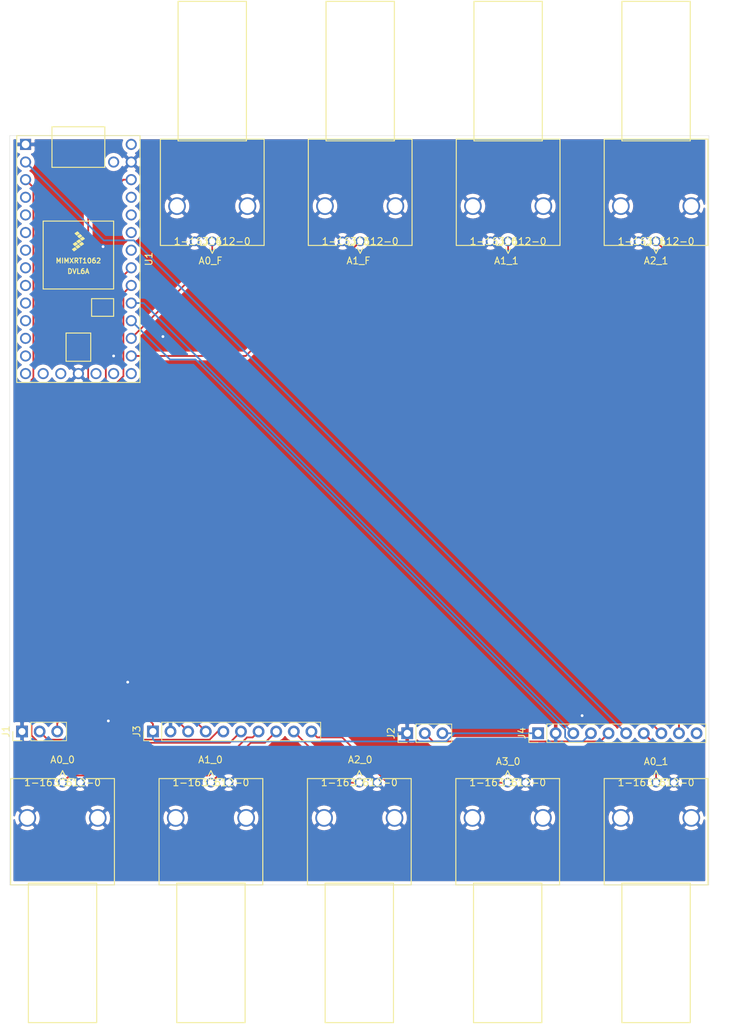
<source format=kicad_pcb>
(kicad_pcb (version 20171130) (host pcbnew "(5.1.4)-1")
  (layers (0 F.Cu signal) (31 B.Cu signal) (34 B.Paste user) (35 F.Paste user) (36 B.SilkS user) (37 F.SilkS user) (38 B.Mask user) (39 F.Mask user) (44 Edge.Cuts user))
  (net 0 "")
  (net 1 ADDR_0)
  (net 2 GND)
  (net 3 ADDR_1)
  (net 4 A3_0)
  (net 5 A2_0)
  (net 6 A1_0)
  (net 7 A0_0)
  (net 8 ALERT_0)
  (net 9 SDA_0)
  (net 10 SCL_0)
  (net 11 VDD)
  (net 12 A3_1)
  (net 13 A2_1)
  (net 14 A1_1)
  (net 15 A0_1)
  (net 16 ALERT_1)
  (net 17 SDA_1)
  (net 18 SCL_1)
  (net 19 "Net-(U1-Pad4)")
  (net 20 "Net-(U1-Pad5)")
  (net 21 "Net-(U1-Pad6)")
  (net 22 "Net-(U1-Pad7)")
  (net 23 "Net-(U1-Pad8)")
  (net 24 "Net-(U1-Pad9)")
  (net 25 "Net-(U1-Pad10)")
  (net 26 "Net-(U1-Pad11)")
  (net 27 "Net-(U1-Pad12)")
  (net 28 "Net-(U1-Pad13)")
  (net 29 "Net-(U1-Pad34)")
  (net 30 "Net-(U1-Pad33)")
  (net 31 "Net-(U1-Pad30)")
  (net 32 "Net-(U1-Pad29)")
  (net 33 "Net-(U1-Pad28)")
  (net 34 "Net-(U1-Pad27)")
  (net 35 "Net-(U1-Pad14)")
  (net 36 "Net-(U1-Pad15)")
  (net 37 "Net-(U1-Pad16)")
  (net 38 "Net-(U1-Pad20)")
  (net 39 "Net-(U1-Pad19)")
  (net 40 "Net-(U1-Pad18)")
  (net 41 A0_F)
  (net 42 A1_F)
  (module parts:1-1634612-0 (layer F.Cu) (at 113.03 51.816)
    (fp_text reference J14 (at 0 0) (layer F.SilkS))
    (fp_text value 1-1634612-0 (at 0 0) (layer F.SilkS))
    (fp_line (start -1.690196 0.5842) (end -0.849804 0.5842) (layer F.SilkS) (width 0.1524))
    (fp_line (start 0.849804 0.5842) (end 7.4803 0.5842) (layer F.SilkS) (width 0.1524))
    (fp_line (start -7.4803 -14.732) (end -7.4803 0.5842) (layer F.SilkS) (width 0.1524))
    (fp_line (start 7.4803 -14.732) (end -7.4803 -14.732) (layer F.SilkS) (width 0.1524))
    (fp_line (start 7.4803 0.5842) (end 7.4803 -14.732) (layer F.SilkS) (width 0.1524))
    (fp_line (start -7.4803 0.5842) (end -3.389804 0.5842) (layer F.SilkS) (width 0.1524))
    (fp_line (start -4.9276 -34.5694) (end -4.9276 -14.478) (layer F.SilkS) (width 0.1524))
    (fp_line (start 4.9276 -34.5694) (end -4.9276 -34.5694) (layer F.SilkS) (width 0.1524))
    (fp_line (start 4.9276 -14.478) (end 4.9276 -34.5694) (layer F.SilkS) (width 0.1524))
    (fp_line (start -4.9276 -14.478) (end 4.9276 -14.478) (layer F.SilkS) (width 0.1524))
    (fp_line (start -0.385327 0.956545) (end 0 1.7272) (layer F.SilkS) (width 0.1524))
    (fp_line (start 0.385327 0.956545) (end 0 1.7272) (layer F.SilkS) (width 0.1524))
    (fp_text user * (at 0 0) (layer F.SilkS))
    (pad 4 thru_hole circle (at 5.08 -5.08) (size 2.54 2.54) (drill 2.032) (layers *.Cu *.Mask) (net 2 GND))
    (pad 3 thru_hole circle (at -5.08 -5.08) (size 2.54 2.54) (drill 2.032) (layers *.Cu *.Mask) (net 2 GND))
    (pad 2 thru_hole circle (at -2.54 0) (size 1.397 1.397) (drill 0.889) (layers *.Cu *.Mask) (net 2 GND))
    (pad 1 thru_hole circle (at 0 0) (size 1.397 1.397) (drill 0.889) (layers *.Cu *.Mask) (net 42 A1_F))
  )
  (module parts:1-1634612-0 (layer F.Cu) (at 134.366 51.816)
    (fp_text reference J13 (at 0 0) (layer F.SilkS))
    (fp_text value 1-1634612-0 (at 0 0) (layer F.SilkS))
    (fp_line (start -1.690196 0.5842) (end -0.849804 0.5842) (layer F.SilkS) (width 0.1524))
    (fp_line (start 0.849804 0.5842) (end 7.4803 0.5842) (layer F.SilkS) (width 0.1524))
    (fp_line (start -7.4803 -14.732) (end -7.4803 0.5842) (layer F.SilkS) (width 0.1524))
    (fp_line (start 7.4803 -14.732) (end -7.4803 -14.732) (layer F.SilkS) (width 0.1524))
    (fp_line (start 7.4803 0.5842) (end 7.4803 -14.732) (layer F.SilkS) (width 0.1524))
    (fp_line (start -7.4803 0.5842) (end -3.389804 0.5842) (layer F.SilkS) (width 0.1524))
    (fp_line (start -4.9276 -34.5694) (end -4.9276 -14.478) (layer F.SilkS) (width 0.1524))
    (fp_line (start 4.9276 -34.5694) (end -4.9276 -34.5694) (layer F.SilkS) (width 0.1524))
    (fp_line (start 4.9276 -14.478) (end 4.9276 -34.5694) (layer F.SilkS) (width 0.1524))
    (fp_line (start -4.9276 -14.478) (end 4.9276 -14.478) (layer F.SilkS) (width 0.1524))
    (fp_line (start -0.385327 0.956545) (end 0 1.7272) (layer F.SilkS) (width 0.1524))
    (fp_line (start 0.385327 0.956545) (end 0 1.7272) (layer F.SilkS) (width 0.1524))
    (fp_text user * (at 0 0) (layer F.SilkS))
    (pad 4 thru_hole circle (at 5.08 -5.08) (size 2.54 2.54) (drill 2.032) (layers *.Cu *.Mask) (net 2 GND))
    (pad 3 thru_hole circle (at -5.08 -5.08) (size 2.54 2.54) (drill 2.032) (layers *.Cu *.Mask) (net 2 GND))
    (pad 2 thru_hole circle (at -2.54 0) (size 1.397 1.397) (drill 0.889) (layers *.Cu *.Mask) (net 2 GND))
    (pad 1 thru_hole circle (at 0 0) (size 1.397 1.397) (drill 0.889) (layers *.Cu *.Mask) (net 41 A0_F))
  )
  (module parts:Teensy40 (layer F.Cu) (at 93.726 54.356 270)
    (fp_text reference U1 (at 0 -10.16 90) (layer F.SilkS))
    (fp_text value Teensy4.0)
    (fp_text user DVL6A (at 1.778 0) (layer F.SilkS) (effects (font (size 0.7 0.7))))
    (fp_poly (pts (xy -3.937 0.127) (xy -3.683 -0.127) (xy -3.429 0.254) (xy -3.683 0.508)) (layer F.SilkS) (width 0.1))
    (fp_poly (pts (xy -3.556 -0.254) (xy -3.302 -0.508) (xy -3.048 -0.127) (xy -3.302 0.127)) (layer F.SilkS) (width 0.1))
    (fp_poly (pts (xy -1.651 0.508) (xy -1.397 0.254) (xy -1.143 0.635) (xy -1.397 0.889)) (layer F.SilkS) (width 0.1))
    (fp_poly (pts (xy -2.032 0) (xy -1.778 -0.254) (xy -1.524 0.127) (xy -1.778 0.381)) (layer F.SilkS) (width 0.1))
    (fp_poly (pts (xy -2.413 -0.508) (xy -2.159 -0.762) (xy -1.905 -0.381) (xy -2.159 -0.127)) (layer F.SilkS) (width 0.1))
    (fp_poly (pts (xy -2.413 0.381) (xy -2.159 0.127) (xy -1.905 0.508) (xy -2.159 0.762)) (layer F.SilkS) (width 0.1))
    (fp_poly (pts (xy -2.794 -0.127) (xy -2.54 -0.381) (xy -2.286 0) (xy -2.54 0.254)) (layer F.SilkS) (width 0.1))
    (fp_poly (pts (xy -3.175 -0.635) (xy -2.921 -0.889) (xy -2.667 -0.508) (xy -2.921 -0.254)) (layer F.SilkS) (width 0.1))
    (fp_text user MIMXRT1062 (at 0.254 0) (layer F.SilkS) (effects (font (size 0.7 0.7))))
    (fp_line (start 5.715 -1.905) (end 5.715 -5.08) (layer F.SilkS) (width 0.15))
    (fp_line (start 8.255 -1.905) (end 5.715 -1.905) (layer F.SilkS) (width 0.15))
    (fp_line (start 8.255 -5.08) (end 8.255 -1.905) (layer F.SilkS) (width 0.15))
    (fp_line (start 5.715 -5.08) (end 8.255 -5.08) (layer F.SilkS) (width 0.15))
    (fp_line (start -17.78 8.89) (end -17.78 -8.89) (layer F.SilkS) (width 0.15))
    (fp_line (start 17.78 8.89) (end -17.78 8.89) (layer F.SilkS) (width 0.15))
    (fp_line (start 17.78 -8.89) (end 17.78 8.89) (layer F.SilkS) (width 0.15))
    (fp_line (start -17.78 -8.89) (end 17.78 -8.89) (layer F.SilkS) (width 0.15))
    (fp_line (start 4.318 5.08) (end -5.461 5.08) (layer F.SilkS) (width 0.15))
    (fp_line (start 4.318 -5.08) (end -5.461 -5.08) (layer F.SilkS) (width 0.15))
    (fp_line (start -5.461 -5.08) (end -5.461 5.08) (layer F.SilkS) (width 0.15))
    (fp_line (start 4.318 5.08) (end 4.318 -5.08) (layer F.SilkS) (width 0.15))
    (fp_line (start 10.668 -1.778) (end 14.732 -1.778) (layer F.SilkS) (width 0.15))
    (fp_line (start 10.668 1.778) (end 10.668 -1.778) (layer F.SilkS) (width 0.15))
    (fp_line (start 14.732 1.778) (end 10.668 1.778) (layer F.SilkS) (width 0.15))
    (fp_line (start 14.732 -1.778) (end 14.732 1.778) (layer F.SilkS) (width 0.15))
    (fp_line (start -13.208 3.81) (end -17.78 3.81) (layer F.SilkS) (width 0.15))
    (fp_line (start -13.208 -3.81) (end -17.78 -3.81) (layer F.SilkS) (width 0.15))
    (fp_line (start -13.208 3.81) (end -13.208 -3.81) (layer F.SilkS) (width 0.15))
    (fp_line (start -19.05 -3.81) (end -17.78 -3.81) (layer F.SilkS) (width 0.15))
    (fp_line (start -19.05 3.81) (end -19.05 -3.81) (layer F.SilkS) (width 0.15))
    (fp_line (start -17.78 3.81) (end -19.05 3.81) (layer F.SilkS) (width 0.15))
    (pad 1 thru_hole rect (at -16.51 7.62 270) (size 1.6 1.6) (drill 1.1) (layers *.Cu *.Mask) (net 2 GND))
    (pad 2 thru_hole circle (at -13.97 7.62 270) (size 1.6 1.6) (drill 1.1) (layers *.Cu *.Mask) (net 16 ALERT_1))
    (pad 3 thru_hole circle (at -11.43 7.62 270) (size 1.6 1.6) (drill 1.1) (layers *.Cu *.Mask) (net 8 ALERT_0))
    (pad 4 thru_hole circle (at -8.89 7.62 270) (size 1.6 1.6) (drill 1.1) (layers *.Cu *.Mask) (net 19 "Net-(U1-Pad4)"))
    (pad 5 thru_hole circle (at -6.35 7.62 270) (size 1.6 1.6) (drill 1.1) (layers *.Cu *.Mask) (net 20 "Net-(U1-Pad5)"))
    (pad 6 thru_hole circle (at -3.81 7.62 270) (size 1.6 1.6) (drill 1.1) (layers *.Cu *.Mask) (net 21 "Net-(U1-Pad6)"))
    (pad 7 thru_hole circle (at -1.27 7.62 270) (size 1.6 1.6) (drill 1.1) (layers *.Cu *.Mask) (net 22 "Net-(U1-Pad7)"))
    (pad 8 thru_hole circle (at 1.27 7.62 270) (size 1.6 1.6) (drill 1.1) (layers *.Cu *.Mask) (net 23 "Net-(U1-Pad8)"))
    (pad 9 thru_hole circle (at 3.81 7.62 270) (size 1.6 1.6) (drill 1.1) (layers *.Cu *.Mask) (net 24 "Net-(U1-Pad9)"))
    (pad 10 thru_hole circle (at 6.35 7.62 270) (size 1.6 1.6) (drill 1.1) (layers *.Cu *.Mask) (net 25 "Net-(U1-Pad10)"))
    (pad 11 thru_hole circle (at 8.89 7.62 270) (size 1.6 1.6) (drill 1.1) (layers *.Cu *.Mask) (net 26 "Net-(U1-Pad11)"))
    (pad 12 thru_hole circle (at 11.43 7.62 270) (size 1.6 1.6) (drill 1.1) (layers *.Cu *.Mask) (net 27 "Net-(U1-Pad12)"))
    (pad 13 thru_hole circle (at 13.97 7.62 270) (size 1.6 1.6) (drill 1.1) (layers *.Cu *.Mask) (net 28 "Net-(U1-Pad13)"))
    (pad 34 thru_hole circle (at -13.97 -5.08 270) (size 1.6 1.6) (drill 1.1) (layers *.Cu *.Mask) (net 29 "Net-(U1-Pad34)"))
    (pad 33 thru_hole circle (at -16.51 -7.62 270) (size 1.6 1.6) (drill 1.1) (layers *.Cu *.Mask) (net 30 "Net-(U1-Pad33)"))
    (pad 32 thru_hole circle (at -13.97 -7.62 270) (size 1.6 1.6) (drill 1.1) (layers *.Cu *.Mask) (net 2 GND))
    (pad 31 thru_hole circle (at -11.43 -7.62 270) (size 1.6 1.6) (drill 1.1) (layers *.Cu *.Mask) (net 11 VDD))
    (pad 30 thru_hole circle (at -8.89 -7.62 270) (size 1.6 1.6) (drill 1.1) (layers *.Cu *.Mask) (net 31 "Net-(U1-Pad30)"))
    (pad 29 thru_hole circle (at -6.35 -7.62 270) (size 1.6 1.6) (drill 1.1) (layers *.Cu *.Mask) (net 32 "Net-(U1-Pad29)"))
    (pad 28 thru_hole circle (at -3.81 -7.62 270) (size 1.6 1.6) (drill 1.1) (layers *.Cu *.Mask) (net 33 "Net-(U1-Pad28)"))
    (pad 27 thru_hole circle (at -1.27 -7.62 270) (size 1.6 1.6) (drill 1.1) (layers *.Cu *.Mask) (net 34 "Net-(U1-Pad27)"))
    (pad 26 thru_hole circle (at 1.27 -7.62 270) (size 1.6 1.6) (drill 1.1) (layers *.Cu *.Mask) (net 10 SCL_0))
    (pad 25 thru_hole circle (at 3.81 -7.62 270) (size 1.6 1.6) (drill 1.1) (layers *.Cu *.Mask) (net 9 SDA_0))
    (pad 24 thru_hole circle (at 6.35 -7.62 270) (size 1.6 1.6) (drill 1.1) (layers *.Cu *.Mask) (net 18 SCL_1))
    (pad 23 thru_hole circle (at 8.89 -7.62 270) (size 1.6 1.6) (drill 1.1) (layers *.Cu *.Mask) (net 17 SDA_1))
    (pad 22 thru_hole circle (at 11.43 -7.62 270) (size 1.6 1.6) (drill 1.1) (layers *.Cu *.Mask) (net 42 A1_F))
    (pad 21 thru_hole circle (at 13.97 -7.62 270) (size 1.6 1.6) (drill 1.1) (layers *.Cu *.Mask) (net 41 A0_F))
    (pad 14 thru_hole circle (at 16.51 7.62 270) (size 1.6 1.6) (drill 1.1) (layers *.Cu *.Mask) (net 35 "Net-(U1-Pad14)"))
    (pad 15 thru_hole circle (at 16.51 5.08 270) (size 1.6 1.6) (drill 1.1) (layers *.Cu *.Mask) (net 36 "Net-(U1-Pad15)"))
    (pad 16 thru_hole circle (at 16.51 2.54 270) (size 1.6 1.6) (drill 1.1) (layers *.Cu *.Mask) (net 37 "Net-(U1-Pad16)"))
    (pad 20 thru_hole circle (at 16.51 -7.62 270) (size 1.6 1.6) (drill 1.1) (layers *.Cu *.Mask) (net 38 "Net-(U1-Pad20)"))
    (pad 19 thru_hole circle (at 16.51 -5.08 270) (size 1.6 1.6) (drill 1.1) (layers *.Cu *.Mask) (net 39 "Net-(U1-Pad19)"))
    (pad 18 thru_hole circle (at 16.51 -2.54 270) (size 1.6 1.6) (drill 1.1) (layers *.Cu *.Mask) (net 40 "Net-(U1-Pad18)"))
    (pad 17 thru_hole circle (at 16.51 0 270) (size 1.6 1.6) (drill 1.1) (layers *.Cu *.Mask) (net 2 GND))
  )
  (module parts:1-1634612-0 (layer F.Cu) (at 177.038 51.816)
    (fp_text reference J11 (at 0 0) (layer F.SilkS))
    (fp_text value 1-1634612-0 (at 0 0) (layer F.SilkS))
    (fp_line (start -1.690196 0.5842) (end -0.849804 0.5842) (layer F.SilkS) (width 0.1524))
    (fp_line (start 0.849804 0.5842) (end 7.4803 0.5842) (layer F.SilkS) (width 0.1524))
    (fp_line (start -7.4803 -14.732) (end -7.4803 0.5842) (layer F.SilkS) (width 0.1524))
    (fp_line (start 7.4803 -14.732) (end -7.4803 -14.732) (layer F.SilkS) (width 0.1524))
    (fp_line (start 7.4803 0.5842) (end 7.4803 -14.732) (layer F.SilkS) (width 0.1524))
    (fp_line (start -7.4803 0.5842) (end -3.389804 0.5842) (layer F.SilkS) (width 0.1524))
    (fp_line (start -4.9276 -34.5694) (end -4.9276 -14.478) (layer F.SilkS) (width 0.1524))
    (fp_line (start 4.9276 -34.5694) (end -4.9276 -34.5694) (layer F.SilkS) (width 0.1524))
    (fp_line (start 4.9276 -14.478) (end 4.9276 -34.5694) (layer F.SilkS) (width 0.1524))
    (fp_line (start -4.9276 -14.478) (end 4.9276 -14.478) (layer F.SilkS) (width 0.1524))
    (fp_line (start -0.385327 0.956545) (end 0 1.7272) (layer F.SilkS) (width 0.1524))
    (fp_line (start 0.385327 0.956545) (end 0 1.7272) (layer F.SilkS) (width 0.1524))
    (fp_text user * (at 0 0) (layer F.SilkS))
    (pad 4 thru_hole circle (at 5.08 -5.08) (size 2.54 2.54) (drill 2.032) (layers *.Cu *.Mask) (net 2 GND))
    (pad 3 thru_hole circle (at -5.08 -5.08) (size 2.54 2.54) (drill 2.032) (layers *.Cu *.Mask) (net 2 GND))
    (pad 2 thru_hole circle (at -2.54 0) (size 1.397 1.397) (drill 0.889) (layers *.Cu *.Mask) (net 2 GND))
    (pad 1 thru_hole circle (at 0 0) (size 1.397 1.397) (drill 0.889) (layers *.Cu *.Mask) (net 13 A2_1))
  )
  (module parts:1-1634612-0 (layer F.Cu) (at 155.702 51.816)
    (fp_text reference J10 (at 0 0) (layer F.SilkS))
    (fp_text value 1-1634612-0 (at 0 0) (layer F.SilkS))
    (fp_line (start -1.690196 0.5842) (end -0.849804 0.5842) (layer F.SilkS) (width 0.1524))
    (fp_line (start 0.849804 0.5842) (end 7.4803 0.5842) (layer F.SilkS) (width 0.1524))
    (fp_line (start -7.4803 -14.732) (end -7.4803 0.5842) (layer F.SilkS) (width 0.1524))
    (fp_line (start 7.4803 -14.732) (end -7.4803 -14.732) (layer F.SilkS) (width 0.1524))
    (fp_line (start 7.4803 0.5842) (end 7.4803 -14.732) (layer F.SilkS) (width 0.1524))
    (fp_line (start -7.4803 0.5842) (end -3.389804 0.5842) (layer F.SilkS) (width 0.1524))
    (fp_line (start -4.9276 -34.5694) (end -4.9276 -14.478) (layer F.SilkS) (width 0.1524))
    (fp_line (start 4.9276 -34.5694) (end -4.9276 -34.5694) (layer F.SilkS) (width 0.1524))
    (fp_line (start 4.9276 -14.478) (end 4.9276 -34.5694) (layer F.SilkS) (width 0.1524))
    (fp_line (start -4.9276 -14.478) (end 4.9276 -14.478) (layer F.SilkS) (width 0.1524))
    (fp_line (start -0.385327 0.956545) (end 0 1.7272) (layer F.SilkS) (width 0.1524))
    (fp_line (start 0.385327 0.956545) (end 0 1.7272) (layer F.SilkS) (width 0.1524))
    (fp_text user * (at 0 0) (layer F.SilkS))
    (pad 4 thru_hole circle (at 5.08 -5.08) (size 2.54 2.54) (drill 2.032) (layers *.Cu *.Mask) (net 2 GND))
    (pad 3 thru_hole circle (at -5.08 -5.08) (size 2.54 2.54) (drill 2.032) (layers *.Cu *.Mask) (net 2 GND))
    (pad 2 thru_hole circle (at -2.54 0) (size 1.397 1.397) (drill 0.889) (layers *.Cu *.Mask) (net 2 GND))
    (pad 1 thru_hole circle (at 0 0) (size 1.397 1.397) (drill 0.889) (layers *.Cu *.Mask) (net 14 A1_1))
  )
  (module parts:1-1634612-0 (layer F.Cu) (at 177.038 129.794 180)
    (fp_text reference J9 (at 0 0) (layer F.SilkS))
    (fp_text value 1-1634612-0 (at 0 0) (layer F.SilkS))
    (fp_line (start -1.690196 0.5842) (end -0.849804 0.5842) (layer F.SilkS) (width 0.1524))
    (fp_line (start 0.849804 0.5842) (end 7.4803 0.5842) (layer F.SilkS) (width 0.1524))
    (fp_line (start -7.4803 -14.732) (end -7.4803 0.5842) (layer F.SilkS) (width 0.1524))
    (fp_line (start 7.4803 -14.732) (end -7.4803 -14.732) (layer F.SilkS) (width 0.1524))
    (fp_line (start 7.4803 0.5842) (end 7.4803 -14.732) (layer F.SilkS) (width 0.1524))
    (fp_line (start -7.4803 0.5842) (end -3.389804 0.5842) (layer F.SilkS) (width 0.1524))
    (fp_line (start -4.9276 -34.5694) (end -4.9276 -14.478) (layer F.SilkS) (width 0.1524))
    (fp_line (start 4.9276 -34.5694) (end -4.9276 -34.5694) (layer F.SilkS) (width 0.1524))
    (fp_line (start 4.9276 -14.478) (end 4.9276 -34.5694) (layer F.SilkS) (width 0.1524))
    (fp_line (start -4.9276 -14.478) (end 4.9276 -14.478) (layer F.SilkS) (width 0.1524))
    (fp_line (start -0.385327 0.956545) (end 0 1.7272) (layer F.SilkS) (width 0.1524))
    (fp_line (start 0.385327 0.956545) (end 0 1.7272) (layer F.SilkS) (width 0.1524))
    (fp_text user * (at 0 0) (layer F.SilkS))
    (pad 4 thru_hole circle (at 5.08 -5.08 180) (size 2.54 2.54) (drill 2.032) (layers *.Cu *.Mask) (net 2 GND))
    (pad 3 thru_hole circle (at -5.08 -5.08 180) (size 2.54 2.54) (drill 2.032) (layers *.Cu *.Mask) (net 2 GND))
    (pad 2 thru_hole circle (at -2.54 0 180) (size 1.397 1.397) (drill 0.889) (layers *.Cu *.Mask) (net 2 GND))
    (pad 1 thru_hole circle (at 0 0 180) (size 1.397 1.397) (drill 0.889) (layers *.Cu *.Mask) (net 15 A0_1))
  )
  (module parts:1-1634612-0 (layer F.Cu) (at 155.6385 129.794 180)
    (fp_text reference J8 (at 0 0) (layer F.SilkS))
    (fp_text value 1-1634612-0 (at 0 0) (layer F.SilkS))
    (fp_line (start -1.690196 0.5842) (end -0.849804 0.5842) (layer F.SilkS) (width 0.1524))
    (fp_line (start 0.849804 0.5842) (end 7.4803 0.5842) (layer F.SilkS) (width 0.1524))
    (fp_line (start -7.4803 -14.732) (end -7.4803 0.5842) (layer F.SilkS) (width 0.1524))
    (fp_line (start 7.4803 -14.732) (end -7.4803 -14.732) (layer F.SilkS) (width 0.1524))
    (fp_line (start 7.4803 0.5842) (end 7.4803 -14.732) (layer F.SilkS) (width 0.1524))
    (fp_line (start -7.4803 0.5842) (end -3.389804 0.5842) (layer F.SilkS) (width 0.1524))
    (fp_line (start -4.9276 -34.5694) (end -4.9276 -14.478) (layer F.SilkS) (width 0.1524))
    (fp_line (start 4.9276 -34.5694) (end -4.9276 -34.5694) (layer F.SilkS) (width 0.1524))
    (fp_line (start 4.9276 -14.478) (end 4.9276 -34.5694) (layer F.SilkS) (width 0.1524))
    (fp_line (start -4.9276 -14.478) (end 4.9276 -14.478) (layer F.SilkS) (width 0.1524))
    (fp_line (start -0.385327 0.956545) (end 0 1.7272) (layer F.SilkS) (width 0.1524))
    (fp_line (start 0.385327 0.956545) (end 0 1.7272) (layer F.SilkS) (width 0.1524))
    (fp_text user * (at 0 0) (layer F.SilkS))
    (pad 4 thru_hole circle (at 5.08 -5.08 180) (size 2.54 2.54) (drill 2.032) (layers *.Cu *.Mask) (net 2 GND))
    (pad 3 thru_hole circle (at -5.08 -5.08 180) (size 2.54 2.54) (drill 2.032) (layers *.Cu *.Mask) (net 2 GND))
    (pad 2 thru_hole circle (at -2.54 0 180) (size 1.397 1.397) (drill 0.889) (layers *.Cu *.Mask) (net 2 GND))
    (pad 1 thru_hole circle (at 0 0 180) (size 1.397 1.397) (drill 0.889) (layers *.Cu *.Mask) (net 4 A3_0))
  )
  (module parts:1-1634612-0 (layer F.Cu) (at 134.239 129.794 180)
    (fp_text reference J7 (at 0 0) (layer F.SilkS))
    (fp_text value 1-1634612-0 (at 0 0) (layer F.SilkS))
    (fp_line (start -1.690196 0.5842) (end -0.849804 0.5842) (layer F.SilkS) (width 0.1524))
    (fp_line (start 0.849804 0.5842) (end 7.4803 0.5842) (layer F.SilkS) (width 0.1524))
    (fp_line (start -7.4803 -14.732) (end -7.4803 0.5842) (layer F.SilkS) (width 0.1524))
    (fp_line (start 7.4803 -14.732) (end -7.4803 -14.732) (layer F.SilkS) (width 0.1524))
    (fp_line (start 7.4803 0.5842) (end 7.4803 -14.732) (layer F.SilkS) (width 0.1524))
    (fp_line (start -7.4803 0.5842) (end -3.389804 0.5842) (layer F.SilkS) (width 0.1524))
    (fp_line (start -4.9276 -34.5694) (end -4.9276 -14.478) (layer F.SilkS) (width 0.1524))
    (fp_line (start 4.9276 -34.5694) (end -4.9276 -34.5694) (layer F.SilkS) (width 0.1524))
    (fp_line (start 4.9276 -14.478) (end 4.9276 -34.5694) (layer F.SilkS) (width 0.1524))
    (fp_line (start -4.9276 -14.478) (end 4.9276 -14.478) (layer F.SilkS) (width 0.1524))
    (fp_line (start -0.385327 0.956545) (end 0 1.7272) (layer F.SilkS) (width 0.1524))
    (fp_line (start 0.385327 0.956545) (end 0 1.7272) (layer F.SilkS) (width 0.1524))
    (fp_text user * (at 0 0) (layer F.SilkS))
    (pad 4 thru_hole circle (at 5.08 -5.08 180) (size 2.54 2.54) (drill 2.032) (layers *.Cu *.Mask) (net 2 GND))
    (pad 3 thru_hole circle (at -5.08 -5.08 180) (size 2.54 2.54) (drill 2.032) (layers *.Cu *.Mask) (net 2 GND))
    (pad 2 thru_hole circle (at -2.54 0 180) (size 1.397 1.397) (drill 0.889) (layers *.Cu *.Mask) (net 2 GND))
    (pad 1 thru_hole circle (at 0 0 180) (size 1.397 1.397) (drill 0.889) (layers *.Cu *.Mask) (net 5 A2_0))
  )
  (module parts:1-1634612-0 (layer F.Cu) (at 112.8395 129.794 180)
    (fp_text reference J6 (at 0 0) (layer F.SilkS))
    (fp_text value 1-1634612-0 (at 0 0) (layer F.SilkS))
    (fp_line (start -1.690196 0.5842) (end -0.849804 0.5842) (layer F.SilkS) (width 0.1524))
    (fp_line (start 0.849804 0.5842) (end 7.4803 0.5842) (layer F.SilkS) (width 0.1524))
    (fp_line (start -7.4803 -14.732) (end -7.4803 0.5842) (layer F.SilkS) (width 0.1524))
    (fp_line (start 7.4803 -14.732) (end -7.4803 -14.732) (layer F.SilkS) (width 0.1524))
    (fp_line (start 7.4803 0.5842) (end 7.4803 -14.732) (layer F.SilkS) (width 0.1524))
    (fp_line (start -7.4803 0.5842) (end -3.389804 0.5842) (layer F.SilkS) (width 0.1524))
    (fp_line (start -4.9276 -34.5694) (end -4.9276 -14.478) (layer F.SilkS) (width 0.1524))
    (fp_line (start 4.9276 -34.5694) (end -4.9276 -34.5694) (layer F.SilkS) (width 0.1524))
    (fp_line (start 4.9276 -14.478) (end 4.9276 -34.5694) (layer F.SilkS) (width 0.1524))
    (fp_line (start -4.9276 -14.478) (end 4.9276 -14.478) (layer F.SilkS) (width 0.1524))
    (fp_line (start -0.385327 0.956545) (end 0 1.7272) (layer F.SilkS) (width 0.1524))
    (fp_line (start 0.385327 0.956545) (end 0 1.7272) (layer F.SilkS) (width 0.1524))
    (fp_text user * (at 0 0) (layer F.SilkS))
    (pad 4 thru_hole circle (at 5.08 -5.08 180) (size 2.54 2.54) (drill 2.032) (layers *.Cu *.Mask) (net 2 GND))
    (pad 3 thru_hole circle (at -5.08 -5.08 180) (size 2.54 2.54) (drill 2.032) (layers *.Cu *.Mask) (net 2 GND))
    (pad 2 thru_hole circle (at -2.54 0 180) (size 1.397 1.397) (drill 0.889) (layers *.Cu *.Mask) (net 2 GND))
    (pad 1 thru_hole circle (at 0 0 180) (size 1.397 1.397) (drill 0.889) (layers *.Cu *.Mask) (net 6 A1_0))
  )
  (module parts:1-1634612-0 (layer F.Cu) (at 91.44 129.794 180)
    (fp_text reference J5 (at 0 0) (layer F.SilkS))
    (fp_text value 1-1634612-0 (at 0 0) (layer F.SilkS))
    (fp_line (start -1.690196 0.5842) (end -0.849804 0.5842) (layer F.SilkS) (width 0.1524))
    (fp_line (start 0.849804 0.5842) (end 7.4803 0.5842) (layer F.SilkS) (width 0.1524))
    (fp_line (start -7.4803 -14.732) (end -7.4803 0.5842) (layer F.SilkS) (width 0.1524))
    (fp_line (start 7.4803 -14.732) (end -7.4803 -14.732) (layer F.SilkS) (width 0.1524))
    (fp_line (start 7.4803 0.5842) (end 7.4803 -14.732) (layer F.SilkS) (width 0.1524))
    (fp_line (start -7.4803 0.5842) (end -3.389804 0.5842) (layer F.SilkS) (width 0.1524))
    (fp_line (start -4.9276 -34.5694) (end -4.9276 -14.478) (layer F.SilkS) (width 0.1524))
    (fp_line (start 4.9276 -34.5694) (end -4.9276 -34.5694) (layer F.SilkS) (width 0.1524))
    (fp_line (start 4.9276 -14.478) (end 4.9276 -34.5694) (layer F.SilkS) (width 0.1524))
    (fp_line (start -4.9276 -14.478) (end 4.9276 -14.478) (layer F.SilkS) (width 0.1524))
    (fp_line (start -0.385327 0.956545) (end 0 1.7272) (layer F.SilkS) (width 0.1524))
    (fp_line (start 0.385327 0.956545) (end 0 1.7272) (layer F.SilkS) (width 0.1524))
    (fp_text user * (at 0 0) (layer F.SilkS))
    (pad 4 thru_hole circle (at 5.08 -5.08 180) (size 2.54 2.54) (drill 2.032) (layers *.Cu *.Mask) (net 2 GND))
    (pad 3 thru_hole circle (at -5.08 -5.08 180) (size 2.54 2.54) (drill 2.032) (layers *.Cu *.Mask) (net 2 GND))
    (pad 2 thru_hole circle (at -2.54 0 180) (size 1.397 1.397) (drill 0.889) (layers *.Cu *.Mask) (net 2 GND))
    (pad 1 thru_hole circle (at 0 0 180) (size 1.397 1.397) (drill 0.889) (layers *.Cu *.Mask) (net 7 A0_0))
  )
  (module Connector_PinHeader_2.54mm:PinHeader_1x10_P2.54mm_Vertical (layer F.Cu) (at 160.02 122.682 90)
    (fp_text reference J4 (at 0 -2.33 90) (layer F.SilkS))
    (fp_text value Conn_01x10)
    (fp_line (start -1.33 -1.33) (end 0 -1.33) (layer F.SilkS) (width 0.12))
    (fp_line (start -1.33 0) (end -1.33 -1.33) (layer F.SilkS) (width 0.12))
    (fp_line (start -1.33 1.27) (end 1.33 1.27) (layer F.SilkS) (width 0.12))
    (fp_line (start 1.33 1.27) (end 1.33 24.19) (layer F.SilkS) (width 0.12))
    (fp_line (start -1.33 1.27) (end -1.33 24.19) (layer F.SilkS) (width 0.12))
    (fp_line (start -1.33 24.19) (end 1.33 24.19) (layer F.SilkS) (width 0.12))
    (pad 10 thru_hole oval (at 0 22.86 90) (size 1.7 1.7) (drill 1) (layers *.Cu *.Mask) (net 12 A3_1))
    (pad 9 thru_hole oval (at 0 20.32 90) (size 1.7 1.7) (drill 1) (layers *.Cu *.Mask) (net 13 A2_1))
    (pad 8 thru_hole oval (at 0 17.78 90) (size 1.7 1.7) (drill 1) (layers *.Cu *.Mask) (net 14 A1_1))
    (pad 7 thru_hole oval (at 0 15.24 90) (size 1.7 1.7) (drill 1) (layers *.Cu *.Mask) (net 15 A0_1))
    (pad 6 thru_hole oval (at 0 12.7 90) (size 1.7 1.7) (drill 1) (layers *.Cu *.Mask) (net 16 ALERT_1))
    (pad 5 thru_hole oval (at 0 10.16 90) (size 1.7 1.7) (drill 1) (layers *.Cu *.Mask) (net 3 ADDR_1))
    (pad 4 thru_hole oval (at 0 7.62 90) (size 1.7 1.7) (drill 1) (layers *.Cu *.Mask) (net 17 SDA_1))
    (pad 3 thru_hole oval (at 0 5.08 90) (size 1.7 1.7) (drill 1) (layers *.Cu *.Mask) (net 18 SCL_1))
    (pad 2 thru_hole oval (at 0 2.54 90) (size 1.7 1.7) (drill 1) (layers *.Cu *.Mask) (net 2 GND))
    (pad 1 thru_hole rect (at 0 0 90) (size 1.7 1.7) (drill 1) (layers *.Cu *.Mask) (net 11 VDD))
  )
  (module Connector_PinHeader_2.54mm:PinHeader_1x10_P2.54mm_Vertical (layer F.Cu) (at 104.472 122.428 90)
    (fp_text reference J3 (at 0 -2.33 90) (layer F.SilkS))
    (fp_text value Conn_01x10)
    (fp_line (start -1.33 -1.33) (end 0 -1.33) (layer F.SilkS) (width 0.12))
    (fp_line (start -1.33 0) (end -1.33 -1.33) (layer F.SilkS) (width 0.12))
    (fp_line (start -1.33 1.27) (end 1.33 1.27) (layer F.SilkS) (width 0.12))
    (fp_line (start 1.33 1.27) (end 1.33 24.19) (layer F.SilkS) (width 0.12))
    (fp_line (start -1.33 1.27) (end -1.33 24.19) (layer F.SilkS) (width 0.12))
    (fp_line (start -1.33 24.19) (end 1.33 24.19) (layer F.SilkS) (width 0.12))
    (pad 10 thru_hole oval (at 0 22.86 90) (size 1.7 1.7) (drill 1) (layers *.Cu *.Mask) (net 4 A3_0))
    (pad 9 thru_hole oval (at 0 20.32 90) (size 1.7 1.7) (drill 1) (layers *.Cu *.Mask) (net 5 A2_0))
    (pad 8 thru_hole oval (at 0 17.78 90) (size 1.7 1.7) (drill 1) (layers *.Cu *.Mask) (net 6 A1_0))
    (pad 7 thru_hole oval (at 0 15.24 90) (size 1.7 1.7) (drill 1) (layers *.Cu *.Mask) (net 7 A0_0))
    (pad 6 thru_hole oval (at 0 12.7 90) (size 1.7 1.7) (drill 1) (layers *.Cu *.Mask) (net 8 ALERT_0))
    (pad 5 thru_hole oval (at 0 10.16 90) (size 1.7 1.7) (drill 1) (layers *.Cu *.Mask) (net 1 ADDR_0))
    (pad 4 thru_hole oval (at 0 7.62 90) (size 1.7 1.7) (drill 1) (layers *.Cu *.Mask) (net 9 SDA_0))
    (pad 3 thru_hole oval (at 0 5.08 90) (size 1.7 1.7) (drill 1) (layers *.Cu *.Mask) (net 10 SCL_0))
    (pad 2 thru_hole oval (at 0 2.54 90) (size 1.7 1.7) (drill 1) (layers *.Cu *.Mask) (net 2 GND))
    (pad 1 thru_hole rect (at 0 0 90) (size 1.7 1.7) (drill 1) (layers *.Cu *.Mask) (net 11 VDD))
  )
  (module Connector_PinHeader_2.54mm:PinHeader_1x03_P2.54mm_Vertical (layer F.Cu) (at 141.146 122.682 90)
    (fp_text reference J2 (at 0 -2.33 90) (layer F.SilkS))
    (fp_text value Conn_01x03)
    (fp_line (start -1.33 -1.33) (end 0 -1.33) (layer F.SilkS) (width 0.12))
    (fp_line (start -1.33 0) (end -1.33 -1.33) (layer F.SilkS) (width 0.12))
    (fp_line (start -1.33 1.27) (end 1.33 1.27) (layer F.SilkS) (width 0.12))
    (fp_line (start 1.33 1.27) (end 1.33 6.41) (layer F.SilkS) (width 0.12))
    (fp_line (start -1.33 1.27) (end -1.33 6.41) (layer F.SilkS) (width 0.12))
    (fp_line (start -1.33 6.41) (end 1.33 6.41) (layer F.SilkS) (width 0.12))
    (pad 3 thru_hole oval (at 0 5.08 90) (size 1.7 1.7) (drill 1) (layers *.Cu *.Mask) (net 11 VDD))
    (pad 2 thru_hole oval (at 0 2.54 90) (size 1.7 1.7) (drill 1) (layers *.Cu *.Mask) (net 3 ADDR_1))
    (pad 1 thru_hole rect (at 0 0 90) (size 1.7 1.7) (drill 1) (layers *.Cu *.Mask) (net 2 GND))
  )
  (module Connector_PinHeader_2.54mm:PinHeader_1x03_P2.54mm_Vertical (layer F.Cu) (at 85.598 122.428 90)
    (fp_text reference J1 (at 0 -2.33 90) (layer F.SilkS))
    (fp_text value Conn_01x03)
    (fp_line (start -1.33 -1.33) (end 0 -1.33) (layer F.SilkS) (width 0.12))
    (fp_line (start -1.33 0) (end -1.33 -1.33) (layer F.SilkS) (width 0.12))
    (fp_line (start -1.33 1.27) (end 1.33 1.27) (layer F.SilkS) (width 0.12))
    (fp_line (start 1.33 1.27) (end 1.33 6.41) (layer F.SilkS) (width 0.12))
    (fp_line (start -1.33 1.27) (end -1.33 6.41) (layer F.SilkS) (width 0.12))
    (fp_line (start -1.33 6.41) (end 1.33 6.41) (layer F.SilkS) (width 0.12))
    (pad 3 thru_hole oval (at 0 5.08 90) (size 1.7 1.7) (drill 1) (layers *.Cu *.Mask) (net 11 VDD))
    (pad 2 thru_hole oval (at 0 2.54 90) (size 1.7 1.7) (drill 1) (layers *.Cu *.Mask) (net 1 ADDR_0))
    (pad 1 thru_hole rect (at 0 0 90) (size 1.7 1.7) (drill 1) (layers *.Cu *.Mask) (net 2 GND))
  )
  (gr_text A1_1 (at 155.448 54.61) (layer F.SilkS) (effects (font (size 1 1))))
  (gr_text A2_1 (at 177.038 54.61) (layer F.SilkS) (effects (font (size 1 1))))
  (gr_text A1_F (at 134.112 54.61) (layer F.SilkS) (effects (font (size 1 1))))
  (gr_text A0_F (at 112.776 54.61) (layer F.SilkS) (effects (font (size 1 1))))
  (gr_text A0_0 (at 91.44 126.492) (layer F.SilkS) (effects (font (size 1 1))))
  (gr_text A1_0 (at 112.776 126.492) (layer F.SilkS) (effects (font (size 1 1))))
  (gr_text A2_0 (at 134.366 126.492) (layer F.SilkS) (effects (font (size 1 1))))
  (gr_text A3_0 (at 155.702 126.746) (layer F.SilkS) (effects (font (size 1 1))))
  (gr_text A0_1 (at 177.038 126.746) (layer F.SilkS) (effects (font (size 1 1))))
  (gr_line (start 83.82 36.576) (end 83.82 144.526) (layer Edge.Cuts) (width 0.05))
  (gr_line (start 184.658 36.576) (end 83.82 36.576) (layer Edge.Cuts) (width 0.05))
  (gr_line (start 184.658 144.526) (end 184.658 36.576) (layer Edge.Cuts) (width 0.05))
  (gr_line (start 184.658 144.526) (end 83.82 144.526) (layer Edge.Cuts) (width 0.05))
  (segment (start 88.987999 123.277999) (end 88.138 122.428) (width 0.25) (layer F.Cu) (net 1))
  (segment (start 89.313001 123.603001) (end 88.987999 123.277999) (width 0.25) (layer F.Cu) (net 1))
  (segment (start 112.649334 123.603001) (end 89.313001 123.603001) (width 0.25) (layer F.Cu) (net 1))
  (segment (start 113.824335 122.428) (end 112.649334 123.603001) (width 0.25) (layer F.Cu) (net 1))
  (segment (start 114.625333 122.428) (end 113.824335 122.428) (width 0.25) (layer F.Cu) (net 1))
  (via (at 98.044 120.904) (size 0.8) (drill 0.4) (layers F.Cu B.Cu) (net 2))
  (via (at 97.282 52.578) (size 0.8) (drill 0.4) (layers F.Cu B.Cu) (net 2))
  (via (at 100.838 115.316) (size 0.8) (drill 0.4) (layers F.Cu B.Cu) (net 2))
  (via (at 98.806 68.326) (size 0.8) (drill 0.4) (layers F.Cu B.Cu) (net 2))
  (via (at 166.37 120.142) (size 0.8) (drill 0.4) (layers F.Cu B.Cu) (net 2))
  (via (at 105.918 65.532) (size 0.8) (drill 0.4) (layers F.Cu B.Cu) (net 2))
  (segment (start 144.535999 123.531999) (end 143.686 122.682) (width 0.25) (layer F.Cu) (net 3))
  (segment (start 144.861001 123.857001) (end 144.535999 123.531999) (width 0.25) (layer F.Cu) (net 3))
  (segment (start 169.004999 123.857001) (end 144.861001 123.857001) (width 0.25) (layer F.Cu) (net 3))
  (segment (start 170.18 122.682) (end 169.004999 123.857001) (width 0.25) (layer F.Cu) (net 3))
  (segment (start 154.650672 129.794) (end 155.6385 129.794) (width 0.25) (layer F.Cu) (net 4))
  (segment (start 138.293782 129.794) (end 154.650672 129.794) (width 0.25) (layer F.Cu) (net 4))
  (segment (start 131.777781 123.277999) (end 138.293782 129.794) (width 0.25) (layer F.Cu) (net 4))
  (segment (start 128.175332 123.277999) (end 131.777781 123.277999) (width 0.25) (layer F.Cu) (net 4))
  (segment (start 127.325333 122.428) (end 128.175332 123.277999) (width 0.25) (layer F.Cu) (net 4))
  (segment (start 132.151333 129.794) (end 134.239 129.794) (width 0.25) (layer F.Cu) (net 5))
  (segment (start 124.785333 122.428) (end 132.151333 129.794) (width 0.25) (layer F.Cu) (net 5))
  (segment (start 113.537999 129.095501) (end 112.8395 129.794) (width 0.25) (layer F.Cu) (net 6))
  (segment (start 118.580489 124.053011) (end 113.537999 129.095501) (width 0.25) (layer F.Cu) (net 6))
  (segment (start 120.620322 124.053011) (end 118.580489 124.053011) (width 0.25) (layer F.Cu) (net 6))
  (segment (start 122.245333 122.428) (end 120.620322 124.053011) (width 0.25) (layer F.Cu) (net 6))
  (segment (start 92.138499 129.095501) (end 91.44 129.794) (width 0.25) (layer F.Cu) (net 7))
  (segment (start 92.463501 128.770499) (end 92.138499 129.095501) (width 0.25) (layer F.Cu) (net 7))
  (segment (start 112.561836 128.770499) (end 92.463501 128.770499) (width 0.25) (layer F.Cu) (net 7))
  (segment (start 118.054336 123.277999) (end 112.561836 128.770499) (width 0.25) (layer F.Cu) (net 7))
  (segment (start 118.855334 123.277999) (end 118.054336 123.277999) (width 0.25) (layer F.Cu) (net 7))
  (segment (start 119.705333 122.428) (end 118.855334 123.277999) (width 0.25) (layer F.Cu) (net 7))
  (segment (start 86.905999 43.725999) (end 86.106 42.926) (width 0.25) (layer F.Cu) (net 8))
  (segment (start 87.231001 44.051001) (end 86.905999 43.725999) (width 0.25) (layer F.Cu) (net 8))
  (segment (start 87.231001 71.518999) (end 87.231001 44.051001) (width 0.25) (layer F.Cu) (net 8))
  (segment (start 86.962999 71.787001) (end 87.231001 71.518999) (width 0.25) (layer F.Cu) (net 8))
  (segment (start 86.962999 122.992001) (end 86.962999 71.787001) (width 0.25) (layer F.Cu) (net 8))
  (segment (start 88.024007 124.053009) (end 86.962999 122.992001) (width 0.25) (layer F.Cu) (net 8))
  (segment (start 115.546989 124.053011) (end 88.024007 124.053009) (width 0.25) (layer F.Cu) (net 8))
  (segment (start 117.172 122.428) (end 115.546989 124.053011) (width 0.25) (layer F.Cu) (net 8))
  (segment (start 112.092 122.428) (end 99.06 109.396) (width 0.25) (layer F.Cu) (net 9))
  (segment (start 100.546001 58.965999) (end 101.346 58.166) (width 0.25) (layer F.Cu) (net 9))
  (segment (start 100.220999 59.291001) (end 100.546001 58.965999) (width 0.25) (layer F.Cu) (net 9))
  (segment (start 100.220999 71.229001) (end 100.220999 59.291001) (width 0.25) (layer F.Cu) (net 9))
  (segment (start 99.06 72.39) (end 100.220999 71.229001) (width 0.25) (layer F.Cu) (net 9))
  (segment (start 99.06 109.396) (end 99.06 72.39) (width 0.25) (layer F.Cu) (net 9))
  (segment (start 100.546001 56.425999) (end 101.346 55.626) (width 0.25) (layer F.Cu) (net 10))
  (segment (start 97.680999 59.291001) (end 100.546001 56.425999) (width 0.25) (layer F.Cu) (net 10))
  (segment (start 97.680999 110.556999) (end 97.680999 59.291001) (width 0.25) (layer F.Cu) (net 10))
  (segment (start 109.552 122.428) (end 97.680999 110.556999) (width 0.25) (layer F.Cu) (net 10))
  (segment (start 104.472 121.328) (end 104.472 122.428) (width 0.25) (layer F.Cu) (net 11))
  (segment (start 95.140999 111.996999) (end 104.472 121.328) (width 0.25) (layer F.Cu) (net 11))
  (segment (start 100.21463 42.926) (end 95.140999 47.999631) (width 0.25) (layer F.Cu) (net 11))
  (segment (start 101.346 42.926) (end 100.21463 42.926) (width 0.25) (layer F.Cu) (net 11))
  (segment (start 104.472 123.528) (end 104.472 122.428) (width 0.25) (layer B.Cu) (net 11))
  (segment (start 104.801001 123.857001) (end 104.472 123.528) (width 0.25) (layer B.Cu) (net 11))
  (segment (start 146.790001 123.857001) (end 104.801001 123.857001) (width 0.25) (layer B.Cu) (net 11))
  (segment (start 147.965002 122.682) (end 146.790001 123.857001) (width 0.25) (layer B.Cu) (net 11))
  (segment (start 160.02 122.682) (end 147.965002 122.682) (width 0.25) (layer B.Cu) (net 11))
  (segment (start 95.140999 116.76292) (end 95.140999 111.396999) (width 0.25) (layer F.Cu) (net 11))
  (segment (start 90.678 121.225919) (end 95.140999 116.76292) (width 0.25) (layer F.Cu) (net 11))
  (segment (start 90.678 122.428) (end 90.678 121.225919) (width 0.25) (layer F.Cu) (net 11))
  (segment (start 95.140999 47.999631) (end 95.140999 111.396999) (width 0.25) (layer F.Cu) (net 11))
  (segment (start 95.140999 111.396999) (end 95.140999 111.996999) (width 0.25) (layer F.Cu) (net 11))
  (segment (start 147.965002 122.682) (end 146.226 122.682) (width 0.25) (layer B.Cu) (net 11))
  (segment (start 180.34 55.118) (end 177.038 51.816) (width 0.25) (layer F.Cu) (net 13))
  (segment (start 180.34 122.682) (end 180.34 55.118) (width 0.25) (layer F.Cu) (net 13))
  (segment (start 155.702 100.584) (end 177.8 122.682) (width 0.25) (layer F.Cu) (net 14))
  (segment (start 155.702 51.816) (end 155.702 100.584) (width 0.25) (layer F.Cu) (net 14))
  (segment (start 177.038 124.46) (end 175.26 122.682) (width 0.25) (layer F.Cu) (net 15))
  (segment (start 177.038 129.794) (end 177.038 124.46) (width 0.25) (layer F.Cu) (net 15))
  (segment (start 86.905999 41.185999) (end 86.106 40.386) (width 0.25) (layer B.Cu) (net 16))
  (segment (start 97.391001 51.671001) (end 86.905999 41.185999) (width 0.25) (layer B.Cu) (net 16))
  (segment (start 101.709001 51.671001) (end 97.391001 51.671001) (width 0.25) (layer B.Cu) (net 16))
  (segment (start 172.72 122.682) (end 101.709001 51.671001) (width 0.25) (layer B.Cu) (net 16))
  (segment (start 166.790001 123.531999) (end 167.64 122.682) (width 0.25) (layer B.Cu) (net 17))
  (segment (start 166.464999 123.857001) (end 166.790001 123.531999) (width 0.25) (layer B.Cu) (net 17))
  (segment (start 164.535999 123.857001) (end 166.464999 123.857001) (width 0.25) (layer B.Cu) (net 17))
  (segment (start 163.924999 123.246001) (end 164.535999 123.857001) (width 0.25) (layer B.Cu) (net 17))
  (segment (start 163.924999 122.143409) (end 163.924999 123.246001) (width 0.25) (layer B.Cu) (net 17))
  (segment (start 110.61559 68.834) (end 163.924999 122.143409) (width 0.25) (layer B.Cu) (net 17))
  (segment (start 106.934 68.834) (end 110.61559 68.834) (width 0.25) (layer B.Cu) (net 17))
  (segment (start 101.346 63.246) (end 106.934 68.834) (width 0.25) (layer B.Cu) (net 17))
  (segment (start 103.124 60.706) (end 101.346 60.706) (width 0.25) (layer B.Cu) (net 18))
  (segment (start 165.1 122.682) (end 103.124 60.706) (width 0.25) (layer B.Cu) (net 18))
  (segment (start 117.856 68.326) (end 134.366 51.816) (width 0.25) (layer F.Cu) (net 41))
  (segment (start 101.346 68.326) (end 117.856 68.326) (width 0.25) (layer F.Cu) (net 41))
  (segment (start 113.03 54.102) (end 113.03 51.816) (width 0.25) (layer F.Cu) (net 42))
  (segment (start 101.346 65.786) (end 113.03 54.102) (width 0.25) (layer F.Cu) (net 42))
  (zone (net 2) (net_name GND) (layer F.Cu) (connect_pads (clearance 0.508)) (min_thickness 0.254) (fill yes (arc_segments 32) (thermal_gap 0.508) (thermal_bridge_width 0.508))
    (polygon (pts (xy 83.82 36.576) (xy 83.82 144.526) (xy 184.658 144.526) (xy 184.658 36.576)))
  )
  (zone (net 2) (net_name GND) (layer B.Cu) (connect_pads (clearance 0.508)) (min_thickness 0.254) (fill yes (arc_segments 32) (thermal_gap 0.508) (thermal_bridge_width 0.508))
    (polygon (pts (xy 83.82 36.576) (xy 83.82 144.526) (xy 184.658 144.526) (xy 184.658 36.576)))
  )
)
</source>
